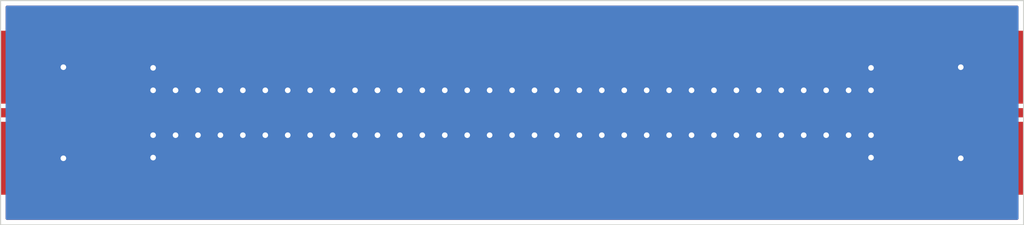
<source format=kicad_pcb>
(kicad_pcb (version 20171130) (host pcbnew "(5.1.4)")

  (general
    (thickness 1.6)
    (drawings 4)
    (tracks 158)
    (zones 0)
    (modules 2)
    (nets 3)
  )

  (page A4)
  (layers
    (0 F.Cu jumper)
    (31 B.Cu signal)
    (32 B.Adhes user)
    (33 F.Adhes user)
    (34 B.Paste user)
    (35 F.Paste user)
    (36 B.SilkS user)
    (37 F.SilkS user)
    (38 B.Mask user)
    (39 F.Mask user)
    (40 Dwgs.User user)
    (41 Cmts.User user)
    (42 Eco1.User user)
    (43 Eco2.User user)
    (44 Edge.Cuts user)
    (45 Margin user)
    (46 B.CrtYd user)
    (47 F.CrtYd user)
    (48 B.Fab user)
    (49 F.Fab user)
  )

  (setup
    (last_trace_width 0.41)
    (user_trace_width 0.41)
    (trace_clearance 0.125)
    (zone_clearance 0.508)
    (zone_45_only no)
    (trace_min 0.125)
    (via_size 0.55)
    (via_drill 0.25)
    (via_min_size 0.55)
    (via_min_drill 0.25)
    (user_via 0.55 0.25)
    (uvia_size 0.3)
    (uvia_drill 0.1)
    (uvias_allowed no)
    (uvia_min_size 0.2)
    (uvia_min_drill 0.1)
    (edge_width 0.05)
    (segment_width 0.2)
    (pcb_text_width 0.3)
    (pcb_text_size 1.5 1.5)
    (mod_edge_width 0.12)
    (mod_text_size 1 1)
    (mod_text_width 0.15)
    (pad_size 1.524 1.524)
    (pad_drill 0.762)
    (pad_to_mask_clearance 0.05)
    (solder_mask_min_width 0.05)
    (pad_to_paste_clearance_ratio -0.05)
    (aux_axis_origin 0 0)
    (visible_elements FFFFFF7F)
    (pcbplotparams
      (layerselection 0x00000_ffffffff)
      (usegerberextensions false)
      (usegerberattributes false)
      (usegerberadvancedattributes false)
      (creategerberjobfile false)
      (excludeedgelayer true)
      (linewidth 0.100000)
      (plotframeref false)
      (viasonmask false)
      (mode 1)
      (useauxorigin false)
      (hpglpennumber 1)
      (hpglpenspeed 20)
      (hpglpendiameter 15.000000)
      (psnegative false)
      (psa4output false)
      (plotreference true)
      (plotvalue true)
      (plotinvisibletext false)
      (padsonsilk false)
      (subtractmaskfromsilk false)
      (outputformat 3)
      (mirror false)
      (drillshape 0)
      (scaleselection 1)
      (outputdirectory "output/dxf/"))
  )

  (net 0 "")
  (net 1 /GND)
  (net 2 /SIGNAL)

  (net_class Default "This is the default net class."
    (clearance 0.125)
    (trace_width 0.41)
    (via_dia 0.55)
    (via_drill 0.25)
    (uvia_dia 0.3)
    (uvia_drill 0.1)
    (add_net /GND)
    (add_net /SIGNAL)
  )

  (module azonenberg_pcb:CONN_SMA_EDGE_AMPHENOL_901_10511_3 (layer F.Cu) (tedit 5EAC150F) (tstamp 5EAC30EC)
    (at 150 80 180)
    (path /5EAC10CB)
    (fp_text reference J2 (at 0 6.1) (layer F.SilkS) hide
      (effects (font (size 1 1) (thickness 0.15)))
    )
    (fp_text value Conn_Coaxial (at 0 7.5) (layer F.Fab) hide
      (effects (font (size 1 1) (thickness 0.15)))
    )
    (fp_line (start -2.8 -3.65) (end -2.8 3.65) (layer Dwgs.User) (width 0.05))
    (pad ~ smd rect (at -2.05 0 180) (size 1.5 0.41) (layers F.Paste))
    (pad 2 smd rect (at 0 2.03 180) (size 5.6 3.25) (layers F.Cu F.Paste F.Mask)
      (net 1 /GND))
    (pad 2 smd rect (at 0 -2.03 180) (size 5.6 3.25) (layers F.Cu F.Paste F.Mask)
      (net 1 /GND))
    (pad 1 smd rect (at 0 0 180) (size 5.6 0.41) (layers F.Cu F.Mask)
      (net 2 /SIGNAL))
    (model :datasheets:Amphenol/SMA/901-10511-3.step
      (offset (xyz -12 0 0))
      (scale (xyz 1 1 1))
      (rotate (xyz 90 0 0))
    )
  )

  (module azonenberg_pcb:CONN_SMA_EDGE_AMPHENOL_901_10511_3 (layer F.Cu) (tedit 5EAC150F) (tstamp 5EAC30E3)
    (at 110 80)
    (path /5EAC16CE)
    (fp_text reference J1 (at 0 6.1) (layer F.SilkS) hide
      (effects (font (size 1 1) (thickness 0.15)))
    )
    (fp_text value Conn_Coaxial (at 0 7.5) (layer F.Fab) hide
      (effects (font (size 1 1) (thickness 0.15)))
    )
    (fp_line (start -2.8 -3.65) (end -2.8 3.65) (layer Dwgs.User) (width 0.05))
    (pad ~ smd rect (at -2.05 0) (size 1.5 0.41) (layers F.Paste))
    (pad 2 smd rect (at 0 2.03) (size 5.6 3.25) (layers F.Cu F.Paste F.Mask)
      (net 1 /GND))
    (pad 2 smd rect (at 0 -2.03) (size 5.6 3.25) (layers F.Cu F.Paste F.Mask)
      (net 1 /GND))
    (pad 1 smd rect (at 0 0) (size 5.6 0.41) (layers F.Cu F.Mask)
      (net 2 /SIGNAL))
    (model :datasheets:Amphenol/SMA/901-10511-3.step
      (offset (xyz -12 0 0))
      (scale (xyz 1 1 1))
      (rotate (xyz 90 0 0))
    )
  )

  (gr_line (start 152.8 75) (end 107.2 75) (layer Edge.Cuts) (width 0.05) (tstamp 5EAC340D))
  (gr_line (start 152.8 85) (end 152.8 75) (layer Edge.Cuts) (width 0.05))
  (gr_line (start 107.2 85) (end 152.8 85) (layer Edge.Cuts) (width 0.05))
  (gr_line (start 107.2 75) (end 107.2 85) (layer Edge.Cuts) (width 0.05))

  (segment (start 110 77.97) (end 113.21 77.97) (width 0.41) (layer F.Cu) (net 1))
  (via (at 114 79) (size 0.55) (drill 0.25) (layers F.Cu B.Cu) (net 1))
  (segment (start 114 78.76) (end 114 79) (width 0.41) (layer F.Cu) (net 1))
  (segment (start 114 79) (end 115 79) (width 0.41) (layer B.Cu) (net 1))
  (via (at 116 79) (size 0.55) (drill 0.25) (layers F.Cu B.Cu) (net 1))
  (segment (start 115 79) (end 116 79) (width 0.41) (layer B.Cu) (net 1))
  (segment (start 116 79) (end 115 79) (width 0.41) (layer F.Cu) (net 1))
  (via (at 115 79) (size 0.55) (drill 0.25) (layers F.Cu B.Cu) (net 1))
  (via (at 117 79) (size 0.55) (drill 0.25) (layers F.Cu B.Cu) (net 1))
  (segment (start 116 79) (end 117 79) (width 0.41) (layer F.Cu) (net 1))
  (via (at 118 79) (size 0.55) (drill 0.25) (layers F.Cu B.Cu) (net 1))
  (segment (start 117 79) (end 118 79) (width 0.41) (layer B.Cu) (net 1))
  (via (at 119 79) (size 0.55) (drill 0.25) (layers F.Cu B.Cu) (net 1))
  (segment (start 118 79) (end 119 79) (width 0.41) (layer F.Cu) (net 1))
  (via (at 120 79) (size 0.55) (drill 0.25) (layers F.Cu B.Cu) (net 1))
  (segment (start 119 79) (end 120 79) (width 0.41) (layer B.Cu) (net 1))
  (via (at 121 79) (size 0.55) (drill 0.25) (layers F.Cu B.Cu) (net 1))
  (segment (start 120 79) (end 121 79) (width 0.41) (layer F.Cu) (net 1))
  (via (at 122 79) (size 0.55) (drill 0.25) (layers F.Cu B.Cu) (net 1))
  (segment (start 121 79) (end 122 79) (width 0.41) (layer B.Cu) (net 1))
  (via (at 123 79) (size 0.55) (drill 0.25) (layers F.Cu B.Cu) (net 1))
  (segment (start 122 79) (end 123 79) (width 0.41) (layer F.Cu) (net 1))
  (via (at 124 79) (size 0.55) (drill 0.25) (layers F.Cu B.Cu) (net 1))
  (segment (start 123 79) (end 124 79) (width 0.41) (layer B.Cu) (net 1))
  (via (at 124 79) (size 0.55) (drill 0.25) (layers F.Cu B.Cu) (net 1))
  (via (at 114 78) (size 0.55) (drill 0.25) (layers F.Cu B.Cu) (net 1))
  (segment (start 114 79) (end 114 78) (width 0.41) (layer F.Cu) (net 1))
  (via (at 110 77.97) (size 0.55) (drill 0.25) (layers F.Cu B.Cu) (net 1))
  (segment (start 110.03 78) (end 110 77.97) (width 0.41) (layer B.Cu) (net 1))
  (segment (start 113.24 78) (end 114 78) (width 0.41) (layer F.Cu) (net 1))
  (segment (start 113.21 77.97) (end 113.24 78) (width 0.41) (layer F.Cu) (net 1))
  (via (at 114 82) (size 0.55) (drill 0.25) (layers F.Cu B.Cu) (net 1))
  (segment (start 110 82.03) (end 113.97 82.03) (width 0.41) (layer F.Cu) (net 1))
  (segment (start 113.97 82.03) (end 114 82) (width 0.41) (layer F.Cu) (net 1))
  (via (at 114 81) (size 0.55) (drill 0.25) (layers F.Cu B.Cu) (net 1))
  (segment (start 114 82) (end 114 81) (width 0.41) (layer B.Cu) (net 1))
  (via (at 110 82.03) (size 0.55) (drill 0.25) (layers F.Cu B.Cu) (net 1))
  (via (at 125 79) (size 0.55) (drill 0.25) (layers F.Cu B.Cu) (net 1))
  (segment (start 124 79) (end 125 79) (width 0.41) (layer F.Cu) (net 1))
  (via (at 126 79) (size 0.55) (drill 0.25) (layers F.Cu B.Cu) (net 1))
  (segment (start 125 79) (end 126 79) (width 0.41) (layer B.Cu) (net 1))
  (via (at 127 79) (size 0.55) (drill 0.25) (layers F.Cu B.Cu) (net 1))
  (segment (start 126 79) (end 127 79) (width 0.41) (layer F.Cu) (net 1))
  (via (at 128 79) (size 0.55) (drill 0.25) (layers F.Cu B.Cu) (net 1))
  (segment (start 127 79) (end 128 79) (width 0.41) (layer B.Cu) (net 1))
  (via (at 129 79) (size 0.55) (drill 0.25) (layers F.Cu B.Cu) (net 1))
  (segment (start 128 79) (end 129 79) (width 0.41) (layer F.Cu) (net 1))
  (via (at 130 79) (size 0.55) (drill 0.25) (layers F.Cu B.Cu) (net 1))
  (segment (start 129 79) (end 130 79) (width 0.41) (layer B.Cu) (net 1))
  (via (at 131 79) (size 0.55) (drill 0.25) (layers F.Cu B.Cu) (net 1))
  (segment (start 130 79) (end 131 79) (width 0.41) (layer F.Cu) (net 1))
  (via (at 132 79) (size 0.55) (drill 0.25) (layers F.Cu B.Cu) (net 1))
  (segment (start 131 79) (end 132 79) (width 0.41) (layer B.Cu) (net 1))
  (via (at 133 79) (size 0.55) (drill 0.25) (layers F.Cu B.Cu) (net 1))
  (segment (start 132 79) (end 133 79) (width 0.41) (layer F.Cu) (net 1))
  (via (at 134 79) (size 0.55) (drill 0.25) (layers F.Cu B.Cu) (net 1))
  (segment (start 133 79) (end 134 79) (width 0.41) (layer B.Cu) (net 1))
  (via (at 135 79) (size 0.55) (drill 0.25) (layers F.Cu B.Cu) (net 1))
  (segment (start 134 79) (end 135 79) (width 0.41) (layer F.Cu) (net 1))
  (via (at 136 79) (size 0.55) (drill 0.25) (layers F.Cu B.Cu) (net 1))
  (segment (start 135 79) (end 136 79) (width 0.41) (layer B.Cu) (net 1))
  (via (at 137 79) (size 0.55) (drill 0.25) (layers F.Cu B.Cu) (net 1))
  (segment (start 136 79) (end 137 79) (width 0.41) (layer F.Cu) (net 1))
  (via (at 138 79) (size 0.55) (drill 0.25) (layers F.Cu B.Cu) (net 1))
  (segment (start 137 79) (end 138 79) (width 0.41) (layer B.Cu) (net 1))
  (via (at 139 79) (size 0.55) (drill 0.25) (layers F.Cu B.Cu) (net 1))
  (segment (start 138 79) (end 139 79) (width 0.41) (layer F.Cu) (net 1))
  (via (at 141 79) (size 0.55) (drill 0.25) (layers F.Cu B.Cu) (net 1))
  (via (at 140 79) (size 0.55) (drill 0.25) (layers F.Cu B.Cu) (net 1))
  (segment (start 141 79) (end 140 79) (width 0.41) (layer F.Cu) (net 1))
  (segment (start 139 79) (end 140 79) (width 0.41) (layer B.Cu) (net 1))
  (segment (start 140 79) (end 141 79) (width 0.41) (layer B.Cu) (net 1))
  (via (at 142 79) (size 0.55) (drill 0.25) (layers F.Cu B.Cu) (net 1))
  (segment (start 141 79) (end 142 79) (width 0.41) (layer F.Cu) (net 1))
  (via (at 143 79) (size 0.55) (drill 0.25) (layers F.Cu B.Cu) (net 1))
  (segment (start 142 79) (end 143 79) (width 0.41) (layer B.Cu) (net 1))
  (via (at 144 79) (size 0.55) (drill 0.25) (layers F.Cu B.Cu) (net 1))
  (segment (start 143 79) (end 144 79) (width 0.41) (layer F.Cu) (net 1))
  (via (at 145 79) (size 0.55) (drill 0.25) (layers F.Cu B.Cu) (net 1))
  (segment (start 144 79) (end 145 79) (width 0.41) (layer B.Cu) (net 1))
  (via (at 146 79) (size 0.55) (drill 0.25) (layers F.Cu B.Cu) (net 1))
  (segment (start 145 79) (end 146 79) (width 0.41) (layer F.Cu) (net 1))
  (segment (start 146 79) (end 146 78) (width 0.41) (layer B.Cu) (net 1))
  (via (at 146 78) (size 0.55) (drill 0.25) (layers F.Cu B.Cu) (net 1))
  (via (at 150 77.97) (size 0.55) (drill 0.25) (layers F.Cu B.Cu) (net 1))
  (segment (start 146 78) (end 149.97 78) (width 0.41) (layer B.Cu) (net 1))
  (segment (start 149.97 78) (end 150 77.97) (width 0.41) (layer B.Cu) (net 1))
  (segment (start 114 79) (end 114 81) (width 0.41) (layer B.Cu) (net 1))
  (via (at 115 81) (size 0.55) (drill 0.25) (layers F.Cu B.Cu) (net 1))
  (segment (start 114 81) (end 115 81) (width 0.41) (layer B.Cu) (net 1))
  (via (at 116 81) (size 0.55) (drill 0.25) (layers F.Cu B.Cu) (net 1))
  (segment (start 117 81) (end 116 81) (width 0.41) (layer F.Cu) (net 1))
  (segment (start 115 81) (end 116 81) (width 0.41) (layer F.Cu) (net 1))
  (via (at 117 81) (size 0.55) (drill 0.25) (layers F.Cu B.Cu) (net 1))
  (via (at 118 81) (size 0.55) (drill 0.25) (layers F.Cu B.Cu) (net 1))
  (segment (start 117 81) (end 118 81) (width 0.41) (layer F.Cu) (net 1))
  (via (at 119 81) (size 0.55) (drill 0.25) (layers F.Cu B.Cu) (net 1))
  (segment (start 118 81) (end 119 81) (width 0.41) (layer B.Cu) (net 1))
  (via (at 120 81) (size 0.55) (drill 0.25) (layers F.Cu B.Cu) (net 1))
  (segment (start 119 81) (end 120 81) (width 0.41) (layer F.Cu) (net 1))
  (via (at 121 81) (size 0.55) (drill 0.25) (layers F.Cu B.Cu) (net 1))
  (segment (start 120 81) (end 121 81) (width 0.41) (layer B.Cu) (net 1))
  (via (at 122 81) (size 0.55) (drill 0.25) (layers F.Cu B.Cu) (net 1))
  (segment (start 121 81) (end 122 81) (width 0.41) (layer F.Cu) (net 1))
  (via (at 123 81) (size 0.55) (drill 0.25) (layers F.Cu B.Cu) (net 1))
  (segment (start 122 81) (end 123 81) (width 0.41) (layer B.Cu) (net 1))
  (via (at 124 81) (size 0.55) (drill 0.25) (layers F.Cu B.Cu) (net 1))
  (segment (start 123 81) (end 124 81) (width 0.41) (layer F.Cu) (net 1))
  (via (at 125 81) (size 0.55) (drill 0.25) (layers F.Cu B.Cu) (net 1))
  (segment (start 124 81) (end 125 81) (width 0.41) (layer B.Cu) (net 1))
  (via (at 126 81) (size 0.55) (drill 0.25) (layers F.Cu B.Cu) (net 1))
  (segment (start 125 81) (end 126 81) (width 0.41) (layer F.Cu) (net 1))
  (via (at 127 81) (size 0.55) (drill 0.25) (layers F.Cu B.Cu) (net 1))
  (segment (start 126 81) (end 127 81) (width 0.41) (layer B.Cu) (net 1))
  (via (at 128 81) (size 0.55) (drill 0.25) (layers F.Cu B.Cu) (net 1))
  (segment (start 127 81) (end 128 81) (width 0.41) (layer F.Cu) (net 1))
  (via (at 129 81) (size 0.55) (drill 0.25) (layers F.Cu B.Cu) (net 1))
  (segment (start 128 81) (end 129 81) (width 0.41) (layer B.Cu) (net 1))
  (via (at 130 81) (size 0.55) (drill 0.25) (layers F.Cu B.Cu) (net 1))
  (segment (start 129 81) (end 130 81) (width 0.41) (layer F.Cu) (net 1))
  (via (at 131 81) (size 0.55) (drill 0.25) (layers F.Cu B.Cu) (net 1))
  (segment (start 130 81) (end 131 81) (width 0.41) (layer B.Cu) (net 1))
  (via (at 132 81) (size 0.55) (drill 0.25) (layers F.Cu B.Cu) (net 1))
  (segment (start 131 81) (end 132 81) (width 0.41) (layer F.Cu) (net 1))
  (via (at 133 81) (size 0.55) (drill 0.25) (layers F.Cu B.Cu) (net 1))
  (segment (start 132 81) (end 133 81) (width 0.41) (layer B.Cu) (net 1))
  (via (at 134 81) (size 0.55) (drill 0.25) (layers F.Cu B.Cu) (net 1))
  (segment (start 133 81) (end 134 81) (width 0.41) (layer F.Cu) (net 1))
  (via (at 135 81) (size 0.55) (drill 0.25) (layers F.Cu B.Cu) (net 1))
  (segment (start 134 81) (end 135 81) (width 0.41) (layer B.Cu) (net 1))
  (via (at 136 81) (size 0.55) (drill 0.25) (layers F.Cu B.Cu) (net 1))
  (segment (start 135 81) (end 136 81) (width 0.41) (layer F.Cu) (net 1))
  (via (at 137 81) (size 0.55) (drill 0.25) (layers F.Cu B.Cu) (net 1))
  (segment (start 136 81) (end 137 81) (width 0.41) (layer B.Cu) (net 1))
  (via (at 138 81) (size 0.55) (drill 0.25) (layers F.Cu B.Cu) (net 1))
  (segment (start 137 81) (end 138 81) (width 0.41) (layer F.Cu) (net 1))
  (via (at 139 81) (size 0.55) (drill 0.25) (layers F.Cu B.Cu) (net 1))
  (segment (start 138 81) (end 139 81) (width 0.41) (layer B.Cu) (net 1))
  (via (at 140 81) (size 0.55) (drill 0.25) (layers F.Cu B.Cu) (net 1))
  (segment (start 139 81) (end 140 81) (width 0.41) (layer F.Cu) (net 1))
  (via (at 141 81) (size 0.55) (drill 0.25) (layers F.Cu B.Cu) (net 1))
  (segment (start 140 81) (end 141 81) (width 0.41) (layer B.Cu) (net 1))
  (via (at 142 81) (size 0.55) (drill 0.25) (layers F.Cu B.Cu) (net 1))
  (segment (start 141 81) (end 142 81) (width 0.41) (layer F.Cu) (net 1))
  (via (at 143 81) (size 0.55) (drill 0.25) (layers F.Cu B.Cu) (net 1))
  (segment (start 142 81) (end 143 81) (width 0.41) (layer B.Cu) (net 1))
  (via (at 144 81) (size 0.55) (drill 0.25) (layers F.Cu B.Cu) (net 1))
  (segment (start 143 81) (end 144 81) (width 0.41) (layer F.Cu) (net 1))
  (via (at 145 81) (size 0.55) (drill 0.25) (layers F.Cu B.Cu) (net 1))
  (segment (start 144 81) (end 145 81) (width 0.41) (layer B.Cu) (net 1))
  (via (at 146 81) (size 0.55) (drill 0.25) (layers F.Cu B.Cu) (net 1))
  (segment (start 145 81) (end 146 81) (width 0.41) (layer F.Cu) (net 1))
  (via (at 146 82) (size 0.55) (drill 0.25) (layers F.Cu B.Cu) (net 1))
  (segment (start 146 81) (end 146 82) (width 0.41) (layer B.Cu) (net 1))
  (via (at 150 82.03) (size 0.55) (drill 0.25) (layers F.Cu B.Cu) (net 1))
  (segment (start 146 82) (end 149.97 82) (width 0.41) (layer F.Cu) (net 1))
  (segment (start 149.97 82) (end 150 82.03) (width 0.41) (layer F.Cu) (net 1))
  (segment (start 110 80) (end 150 80) (width 0.41) (layer F.Cu) (net 2))

  (zone (net 1) (net_name /GND) (layer F.Cu) (tstamp 5EAC346A) (hatch edge 0.508)
    (connect_pads yes (clearance 0.2))
    (min_thickness 0.125)
    (fill yes (arc_segments 32) (thermal_gap 0.125) (thermal_bridge_width 0.15))
    (polygon
      (pts
        (xy 107.2 75) (xy 107.2 85) (xy 152.8 85) (xy 152.8 75)
      )
    )
    (filled_polygon
      (pts
        (xy 147.2 80.46877) (xy 152.5125 80.46877) (xy 152.5125 84.7125) (xy 107.4875 84.7125) (xy 107.4875 80.46877)
        (xy 112.8 80.46877) (xy 112.812895 80.4675) (xy 147.187105 80.4675)
      )
    )
    (filled_polygon
      (pts
        (xy 152.512501 79.53123) (xy 147.2 79.53123) (xy 147.187105 79.5325) (xy 112.812895 79.5325) (xy 112.8 79.53123)
        (xy 107.4875 79.53123) (xy 107.4875 75.2875) (xy 152.512501 75.2875)
      )
    )
  )
  (zone (net 1) (net_name /GND) (layer B.Cu) (tstamp 5EAC3467) (hatch edge 0.508)
    (connect_pads yes (clearance 0.2))
    (min_thickness 0.125)
    (fill yes (arc_segments 32) (thermal_gap 0.125) (thermal_bridge_width 0.15))
    (polygon
      (pts
        (xy 107.2 75) (xy 107.2 85) (xy 152.8 85) (xy 152.8 75)
      )
    )
    (filled_polygon
      (pts
        (xy 152.5125 84.7125) (xy 107.4875 84.7125) (xy 107.4875 75.2875) (xy 152.512501 75.2875)
      )
    )
  )
  (zone (net 0) (net_name "") (layer F.Mask) (tstamp 5EAC3464) (hatch edge 0.508)
    (connect_pads (clearance 0.508))
    (min_thickness 0.254)
    (fill yes (arc_segments 32) (thermal_gap 0.508) (thermal_bridge_width 0.508))
    (polygon
      (pts
        (xy 107.25 77.5) (xy 107.25 82.5) (xy 152.75 82.5) (xy 152.75 77.5)
      )
    )
    (filled_polygon
      (pts
        (xy 152.623 82.373) (xy 107.377 82.373) (xy 107.377 77.627) (xy 152.623 77.627)
      )
    )
  )
)

</source>
